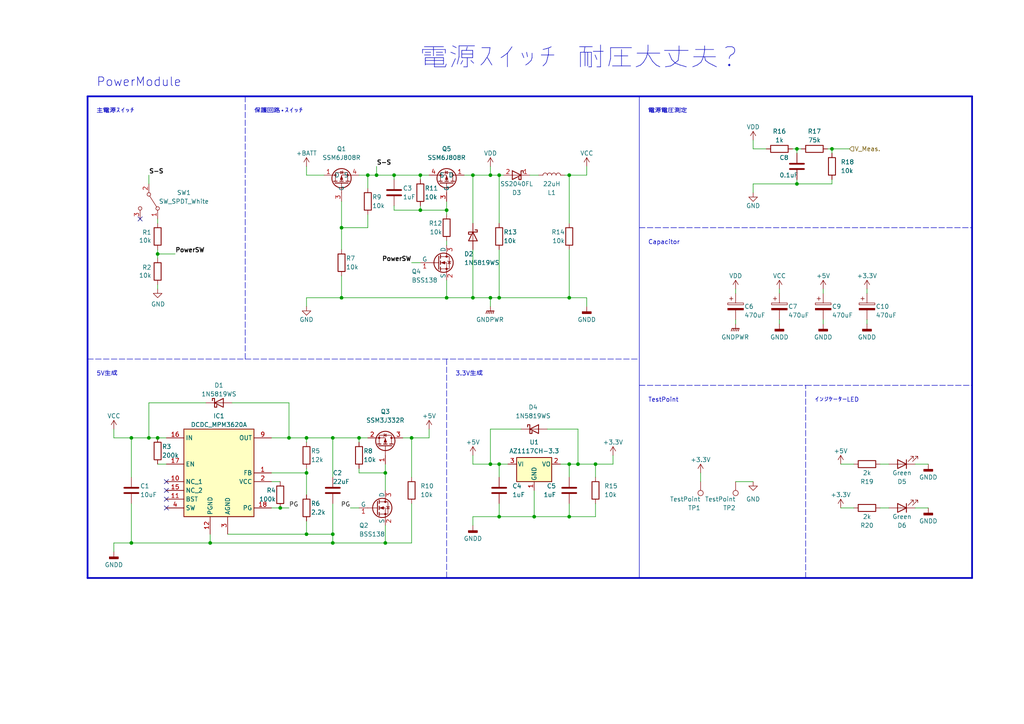
<source format=kicad_sch>
(kicad_sch (version 20230121) (generator eeschema)
  (paper "A4")
  (lib_symbols
    (symbol "Connector:TestPoint" (pin_numbers hide) (pin_names (offset 0.762) hide)
      (property "Reference" "TP" (at 0 6.858 0))
      (property "Value" "TestPoint" (at 0 5.08 0))
      (symbol "TestPoint_0_1"
        (circle (center 0 3.302) (radius 0.762))
      )
      (symbol "TestPoint_1_1"
        (pin passive line (at 0 0 90) (length 2.54) (name "1") (number "1"))
      )
    )
    (symbol "D_Schottky_3" (pin_numbers hide) (pin_names (offset 1.016) hide)
      (property "Reference" "D" (at 0 2.54 0))
      (property "Value" "D_Schottky_3" (at 0 -2.54 0))
      (symbol "D_Schottky_3_0_1"
        (polyline (pts (xy 1.27 0) (xy -1.27 0)))
        (polyline (pts (xy 1.27 1.27) (xy 1.27 -1.27) (xy -1.27 0) (xy 1.27 1.27)) (stroke (width 0.254)))
        (polyline (pts (xy -1.905 0.635) (xy -1.905 1.27) (xy -1.27 1.27) (xy -1.27 -1.27) (xy -0.635 -1.27) (xy -0.635 -0.635)) (stroke (width 0.254)))
      )
      (symbol "D_Schottky_3_1_1"
        (pin passive line (at -3.81 0 0) (length 2.54) (name "K") (number "1"))
        (pin passive line (at 3.81 0 180) (length 2.54) (name "A") (number "2"))
      )
    )
    (symbol "Device:C" (pin_numbers hide) (pin_names (offset 0.254))
      (property "Reference" "C" (at 0.635 2.54 0))
      (property "Value" "C" (at 0.635 -2.54 0))
      (symbol "C_0_1"
        (polyline (pts (xy -2.032 -0.762) (xy 2.032 -0.762)) (stroke (width 0.508)))
        (polyline (pts (xy -2.032 0.762) (xy 2.032 0.762)) (stroke (width 0.508)))
      )
      (symbol "C_1_1"
        (pin passive line (at 0 3.81 270) (length 2.794) (name "~") (number "1"))
        (pin passive line (at 0 -3.81 90) (length 2.794) (name "~") (number "2"))
      )
    )
    (symbol "Device:C_Polarized" (pin_numbers hide) (pin_names (offset 0.254))
      (property "Reference" "C" (at 0.635 2.54 0))
      (property "Value" "C_Polarized" (at 0.635 -2.54 0))
      (symbol "C_Polarized_0_1"
        (rectangle (start -2.286 0.508) (end 2.286 1.016))
        (polyline (pts (xy -1.778 2.286) (xy -0.762 2.286)))
        (polyline (pts (xy -1.27 2.794) (xy -1.27 1.778)))
        (rectangle (start 2.286 -0.508) (end -2.286 -1.016) (fill (type outline)))
      )
      (symbol "C_Polarized_1_1"
        (pin passive line (at 0 3.81 270) (length 2.794) (name "~") (number "1"))
        (pin passive line (at 0 -3.81 90) (length 2.794) (name "~") (number "2"))
      )
    )
    (symbol "Device:D_Schottky" (pin_names (offset 1.016) hide)
      (property "Reference" "D" (at 0 2.54 0))
      (property "Value" "D_Schottky" (at 0 -2.54 0))
      (symbol "D_Schottky_0_1"
        (polyline (pts (xy 1.27 0) (xy -1.27 0)))
        (polyline (pts (xy 1.27 1.27) (xy 1.27 -1.27) (xy -1.27 0) (xy 1.27 1.27)) (stroke (width 0.254)))
        (polyline (pts (xy -1.905 0.635) (xy -1.905 1.27) (xy -1.27 1.27) (xy -1.27 -1.27) (xy -0.635 -1.27) (xy -0.635 -0.635)) (stroke (width 0.254)))
      )
      (symbol "D_Schottky_1_1"
        (pin passive line (at -3.81 0 0) (length 2.54) (name "K") (number "1"))
        (pin passive line (at 3.81 0 180) (length 2.54) (name "A") (number "2"))
      )
    )
    (symbol "Device:L" (pin_numbers hide) (pin_names (offset 1.016) hide)
      (property "Reference" "L" (at -1.27 0 90))
      (property "Value" "L" (at 1.905 0 90))
      (symbol "L_0_1"
        (arc (start 0 -2.54) (mid 0.6323 -1.905) (end 0 -1.27))
        (arc (start 0 -1.27) (mid 0.6323 -0.635) (end 0 0))
        (arc (start 0 0) (mid 0.6323 0.635) (end 0 1.27))
        (arc (start 0 1.27) (mid 0.6323 1.905) (end 0 2.54))
      )
      (symbol "L_1_1"
        (pin passive line (at 0 3.81 270) (length 1.27) (name "1") (number "1"))
        (pin passive line (at 0 -3.81 90) (length 1.27) (name "2") (number "2"))
      )
    )
    (symbol "Device:LED" (pin_numbers hide) (pin_names (offset 1.016) hide)
      (property "Reference" "D" (at 0 2.54 0))
      (property "Value" "LED" (at 0 -2.54 0))
      (symbol "LED_0_1"
        (polyline (pts (xy -1.27 -1.27) (xy -1.27 1.27)) (stroke (width 0.254)))
        (polyline (pts (xy -1.27 0) (xy 1.27 0)))
        (polyline (pts (xy 1.27 -1.27) (xy 1.27 1.27) (xy -1.27 0) (xy 1.27 -1.27)) (stroke (width 0.254)))
        (polyline (pts (xy -3.048 -0.762) (xy -4.572 -2.286) (xy -3.81 -2.286) (xy -4.572 -2.286) (xy -4.572 -1.524)))
        (polyline (pts (xy -1.778 -0.762) (xy -3.302 -2.286) (xy -2.54 -2.286) (xy -3.302 -2.286) (xy -3.302 -1.524)))
      )
      (symbol "LED_1_1"
        (pin passive line (at -3.81 0 0) (length 2.54) (name "K") (number "1"))
        (pin passive line (at 3.81 0 180) (length 2.54) (name "A") (number "2"))
      )
    )
    (symbol "Device:Q_PMOS_GSD" (pin_names (offset 0) hide)
      (property "Reference" "Q" (at 5.08 1.27 0))
      (property "Value" "Q_PMOS_GSD" (at 5.08 -1.27 0))
      (symbol "Q_PMOS_GSD_0_1"
        (polyline (pts (xy 0.254 0) (xy -2.54 0)))
        (polyline (pts (xy 0.254 1.905) (xy 0.254 -1.905)) (stroke (width 0.254)))
        (polyline (pts (xy 0.762 -1.27) (xy 0.762 -2.286)) (stroke (width 0.254)))
        (polyline (pts (xy 0.762 0.508) (xy 0.762 -0.508)) (stroke (width 0.254)))
        (polyline (pts (xy 0.762 2.286) (xy 0.762 1.27)) (stroke (width 0.254)))
        (polyline (pts (xy 2.54 2.54) (xy 2.54 1.778)))
        (polyline (pts (xy 2.54 -2.54) (xy 2.54 0) (xy 0.762 0)))
        (polyline (pts (xy 0.762 1.778) (xy 3.302 1.778) (xy 3.302 -1.778) (xy 0.762 -1.778)))
        (polyline (pts (xy 2.286 0) (xy 1.27 0.381) (xy 1.27 -0.381) (xy 2.286 0)) (fill (type outline)))
        (polyline (pts (xy 2.794 -0.508) (xy 2.921 -0.381) (xy 3.683 -0.381) (xy 3.81 -0.254)))
        (polyline (pts (xy 3.302 -0.381) (xy 2.921 0.254) (xy 3.683 0.254) (xy 3.302 -0.381)))
        (circle (center 1.651 0) (radius 2.794) (stroke (width 0.254)))
        (circle (center 2.54 -1.778) (radius 0.254) (fill (type outline)))
        (circle (center 2.54 1.778) (radius 0.254) (fill (type outline)))
      )
      (symbol "Q_PMOS_GSD_1_1"
        (pin input line (at -5.08 0 0) (length 2.54) (name "G") (number "1"))
        (pin passive line (at 2.54 -5.08 90) (length 2.54) (name "S") (number "2"))
        (pin passive line (at 2.54 5.08 270) (length 2.54) (name "D") (number "3"))
      )
    )
    (symbol "Device:R" (pin_numbers hide) (pin_names (offset 0))
      (property "Reference" "R" (at 2.032 0 90))
      (property "Value" "R" (at 0 0 90))
      (symbol "R_0_1"
        (rectangle (start -1.016 -2.54) (end 1.016 2.54) (stroke (width 0.254)))
      )
      (symbol "R_1_1"
        (pin passive line (at 0 3.81 270) (length 1.27) (name "~") (number "1"))
        (pin passive line (at 0 -3.81 90) (length 1.27) (name "~") (number "2"))
      )
    )
    (symbol "MyLibrary:DCDC_MPM3620A"
      (property "Reference" "IC" (at 6.35 5.08 0))
      (property "Value" "DCDC_MPM3620A" (at 6.35 2.54 0))
      (symbol "DCDC_MPM3620A_1_1"
        (rectangle (start 5.08 0) (end 25.4 -25.4) (stroke (width 0.254)) (fill (type background)))
        (pin passive line (at 30.48 -12.7 180) (length 5.08) (name "FB") (number "1"))
        (pin passive line (at 0 -15.24 0) (length 5.08) (name "NC_1") (number "10"))
        (pin passive line (at 0 -20.32 0) (length 5.08) (name "BST") (number "11"))
        (pin passive line (at 12.7 -30.48 90) (length 5.08) (name "PGND") (number "12"))
        (pin passive line (at 12.7 -30.48 90) (length 5.08) hide (name "PGND_2") (number "13"))
        (pin passive line (at 12.7 -30.48 90) (length 5.08) hide (name "PGND_3") (number "14"))
        (pin passive line (at 0 -17.78 0) (length 5.08) (name "NC_2") (number "15"))
        (pin passive line (at 0 -2.54 0) (length 5.08) (name "IN") (number "16"))
        (pin passive line (at 0 -10.16 0) (length 5.08) (name "EN") (number "17"))
        (pin passive line (at 30.48 -22.86 180) (length 5.08) (name "PG") (number "18"))
        (pin passive line (at 30.48 -15.24 180) (length 5.08) (name "VCC") (number "2"))
        (pin passive line (at 17.78 -30.48 90) (length 5.08) (name "AGND") (number "3"))
        (pin passive line (at 0 -22.86 0) (length 5.08) (name "SW") (number "4"))
        (pin passive line (at 30.48 -2.54 180) (length 5.08) (name "OUT") (number "9"))
      )
    )
    (symbol "PMN48XP_1"
      (property "Reference" "Q" (at 5.08 2.54 0))
      (property "Value" "PMN48XP_1" (at 5.08 0 0))
      (symbol "PMN48XP_1_0_1"
        (polyline (pts (xy 0.254 0) (xy -2.54 0)))
        (polyline (pts (xy 0.254 1.905) (xy 0.254 -1.905)) (stroke (width 0.254)))
        (polyline (pts (xy 0.762 -1.27) (xy 0.762 -2.286)) (stroke (width 0.254)))
        (polyline (pts (xy 0.762 0.508) (xy 0.762 -0.508)) (stroke (width 0.254)))
        (polyline (pts (xy 0.762 2.286) (xy 0.762 1.27)) (stroke (width 0.254)))
        (polyline (pts (xy 2.54 2.54) (xy 2.54 1.778)))
        (polyline (pts (xy 2.54 -2.54) (xy 2.54 0) (xy 0.762 0)))
        (polyline (pts (xy 0.762 1.778) (xy 3.302 1.778) (xy 3.302 -1.778) (xy 0.762 -1.778)))
        (polyline (pts (xy 2.286 0) (xy 1.27 0.381) (xy 1.27 -0.381) (xy 2.286 0)) (fill (type outline)))
        (polyline (pts (xy 2.794 -0.508) (xy 2.921 -0.381) (xy 3.683 -0.381) (xy 3.81 -0.254)))
        (polyline (pts (xy 3.302 -0.381) (xy 2.921 0.254) (xy 3.683 0.254) (xy 3.302 -0.381)))
        (circle (center 1.651 0) (radius 2.794) (stroke (width 0.254)))
        (circle (center 2.54 -1.778) (radius 0.254) (fill (type outline)))
        (circle (center 2.54 1.778) (radius 0.254) (fill (type outline)))
      )
      (symbol "PMN48XP_1_1_1"
        (pin passive line (at 2.54 5.08 270) (length 2.54) (name "D") (number "1"))
        (pin passive line (at 2.54 5.08 270) (length 2.54) hide (name "D") (number "2"))
        (pin passive line (at -5.08 0 0) (length 2.54) (name "G") (number "3"))
        (pin passive line (at 2.54 -5.08 90) (length 2.54) (name "S") (number "4"))
        (pin passive line (at 2.54 5.08 270) (length 2.54) hide (name "D") (number "5"))
        (pin passive line (at 2.54 5.08 270) (length 2.54) hide (name "D") (number "6"))
      )
    )
    (symbol "Q_NMOS_GSD_1" (pin_names (offset 0))
      (property "Reference" "Q" (at 5.08 1.27 0))
      (property "Value" "Q_NMOS_GSD_1" (at 5.08 -1.27 0))
      (symbol "Q_NMOS_GSD_1_0_1"
        (polyline (pts (xy 0.254 0) (xy -2.54 0)))
        (polyline (pts (xy 0.254 1.905) (xy 0.254 -1.905)) (stroke (width 0.254)))
        (polyline (pts (xy 0.762 -1.27) (xy 0.762 -2.286)) (stroke (width 0.254)))
        (polyline (pts (xy 0.762 0.508) (xy 0.762 -0.508)) (stroke (width 0.254)))
        (polyline (pts (xy 0.762 2.286) (xy 0.762 1.27)) (stroke (width 0.254)))
        (polyline (pts (xy 2.54 2.54) (xy 2.54 1.778)))
        (polyline (pts (xy 2.54 -2.54) (xy 2.54 0) (xy 0.762 0)))
        (polyline (pts (xy 0.762 -1.778) (xy 3.302 -1.778) (xy 3.302 1.778) (xy 0.762 1.778)))
        (polyline (pts (xy 1.016 0) (xy 2.032 0.381) (xy 2.032 -0.381) (xy 1.016 0)) (fill (type outline)))
        (polyline (pts (xy 2.794 0.508) (xy 2.921 0.381) (xy 3.683 0.381) (xy 3.81 0.254)))
        (polyline (pts (xy 3.302 0.381) (xy 2.921 -0.254) (xy 3.683 -0.254) (xy 3.302 0.381)))
        (circle (center 1.651 0) (radius 2.794) (stroke (width 0.254)))
        (circle (center 2.54 -1.778) (radius 0.254) (fill (type outline)))
        (circle (center 2.54 1.778) (radius 0.254) (fill (type outline)))
      )
      (symbol "Q_NMOS_GSD_1_1_1"
        (pin input line (at -5.08 0 0) (length 2.54) (name "G") (number "1"))
        (pin passive line (at 2.54 -5.08 90) (length 2.54) (name "S") (number "2"))
        (pin passive line (at 2.54 5.08 270) (length 2.54) (name "D") (number "3"))
      )
    )
    (symbol "Regulator_Linear:AMS1117CD-3.3" (pin_names (offset 0.254))
      (property "Reference" "U" (at -3.81 3.175 0))
      (property "Value" "AMS1117CD-3.3" (at 0 3.175 0))
      (symbol "AMS1117CD-3.3_0_1"
        (rectangle (start -5.08 -5.08) (end 5.08 1.905) (stroke (width 0.254)) (fill (type background)))
      )
      (symbol "AMS1117CD-3.3_1_1"
        (pin power_in line (at 0 -7.62 90) (length 2.54) (name "GND") (number "1"))
        (pin power_out line (at 7.62 0 180) (length 2.54) (name "VO") (number "2"))
        (pin power_in line (at -7.62 0 0) (length 2.54) (name "VI") (number "3"))
      )
    )
    (symbol "Switch:SW_SPDT" (pin_names (offset 0) hide)
      (property "Reference" "SW" (at 0 4.318 0))
      (property "Value" "SW_SPDT" (at 0 -5.08 0))
      (symbol "SW_SPDT_0_0"
        (circle (center -2.032 0) (radius 0.508))
        (circle (center 2.032 -2.54) (radius 0.508))
      )
      (symbol "SW_SPDT_0_1"
        (polyline (pts (xy -1.524 0.254) (xy 1.651 2.286)))
        (circle (center 2.032 2.54) (radius 0.508))
      )
      (symbol "SW_SPDT_1_1"
        (pin passive line (at 5.08 2.54 180) (length 2.54) (name "A") (number "1"))
        (pin passive line (at -5.08 0 0) (length 2.54) (name "B") (number "2"))
        (pin passive line (at 5.08 -2.54 180) (length 2.54) (name "C") (number "3"))
      )
    )
    (symbol "power:+3.3V" (power) (pin_names (offset 0))
      (property "Value" "+3.3V" (at 0 3.556 0))
      (symbol "+3.3V_0_1"
        (polyline (pts (xy -0.762 1.27) (xy 0 2.54)))
        (polyline (pts (xy 0 0) (xy 0 2.54)))
        (polyline (pts (xy 0 2.54) (xy 0.762 1.27)))
      )
      (symbol "+3.3V_1_1"
        (pin power_in line (at 0 0 90) (length 0) hide (name "+3.3V") (number "1"))
      )
    )
    (symbol "power:+5V" (power) (pin_names (offset 0))
      (property "Value" "+5V" (at 0 3.556 0))
      (symbol "+5V_0_1"
        (polyline (pts (xy -0.762 1.27) (xy 0 2.54)))
        (polyline (pts (xy 0 0) (xy 0 2.54)))
        (polyline (pts (xy 0 2.54) (xy 0.762 1.27)))
      )
      (symbol "+5V_1_1"
        (pin power_in line (at 0 0 90) (length 0) hide (name "+5V") (number "1"))
      )
    )
    (symbol "power:+BATT" (power) (pin_names (offset 0))
      (property "Value" "+BATT" (at 0 3.556 0))
      (symbol "+BATT_0_1"
        (polyline (pts (xy -0.762 1.27) (xy 0 2.54)))
        (polyline (pts (xy 0 0) (xy 0 2.54)))
        (polyline (pts (xy 0 2.54) (xy 0.762 1.27)))
      )
      (symbol "+BATT_1_1"
        (pin power_in line (at 0 0 90) (length 0) hide (name "+BATT") (number "1"))
      )
    )
    (symbol "power:GND" (power) (pin_names (offset 0))
      (property "Value" "GND" (at 0 -3.81 0))
      (symbol "GND_0_1"
        (polyline (pts (xy 0 0) (xy 0 -1.27) (xy 1.27 -1.27) (xy 0 -2.54) (xy -1.27 -1.27) (xy 0 -1.27)))
      )
      (symbol "GND_1_1"
        (pin power_in line (at 0 0 270) (length 0) hide (name "GND") (number "1"))
      )
    )
    (symbol "power:GNDD" (power) (pin_names (offset 0))
      (property "Value" "GNDD" (at 0 -3.175 0))
      (symbol "GNDD_0_1"
        (rectangle (start -1.27 -1.524) (end 1.27 -2.032) (stroke (width 0.254)) (fill (type outline)))
        (polyline (pts (xy 0 0) (xy 0 -1.524)))
      )
      (symbol "GNDD_1_1"
        (pin power_in line (at 0 0 270) (length 0) hide (name "GNDD") (number "1"))
      )
    )
    (symbol "power:GNDPWR" (power) (pin_names (offset 0))
      (property "Value" "GNDPWR" (at 0 -3.302 0))
      (symbol "GNDPWR_0_1"
        (polyline (pts (xy 0 -1.27) (xy 0 0)))
        (polyline (pts (xy -1.016 -1.27) (xy -1.27 -2.032) (xy -1.27 -2.032)) (stroke (width 0.2032)))
        (polyline (pts (xy -0.508 -1.27) (xy -0.762 -2.032) (xy -0.762 -2.032)) (stroke (width 0.2032)))
        (polyline (pts (xy 0 -1.27) (xy -0.254 -2.032) (xy -0.254 -2.032)) (stroke (width 0.2032)))
        (polyline (pts (xy 0.508 -1.27) (xy 0.254 -2.032) (xy 0.254 -2.032)) (stroke (width 0.2032)))
        (polyline (pts (xy 1.016 -1.27) (xy -1.016 -1.27) (xy -1.016 -1.27)) (stroke (width 0.2032)))
        (polyline (pts (xy 1.016 -1.27) (xy 0.762 -2.032) (xy 0.762 -2.032) (xy 0.762 -2.032)) (stroke (width 0.2032)))
      )
      (symbol "GNDPWR_1_1"
        (pin power_in line (at 0 0 270) (length 0) hide (name "GNDPWR") (number "1"))
      )
    )
    (symbol "power:VCC" (power) (pin_names (offset 0))
      (property "Value" "VCC" (at 0 3.81 0))
      (symbol "VCC_0_1"
        (polyline (pts (xy -0.762 1.27) (xy 0 2.54)))
        (polyline (pts (xy 0 0) (xy 0 2.54)))
        (polyline (pts (xy 0 2.54) (xy 0.762 1.27)))
      )
      (symbol "VCC_1_1"
        (pin power_in line (at 0 0 90) (length 0) hide (name "VCC") (number "1"))
      )
    )
    (symbol "power:VDD" (power) (pin_names (offset 0))
      (property "Value" "VDD" (at 0 3.81 0))
      (symbol "VDD_0_1"
        (polyline (pts (xy -0.762 1.27) (xy 0 2.54)))
        (polyline (pts (xy 0 0) (xy 0 2.54)))
        (polyline (pts (xy 0 2.54) (xy 0.762 1.27)))
      )
      (symbol "VDD_1_1"
        (pin power_in line (at 0 0 90) (length 0) hide (name "VDD") (number "1"))
      )
    )
  )
  (junction (at 99.06 86.36))
  (junction (at 106.68 50.8))
  (junction (at 129.54 60.96))
  (junction (at 142.24 50.8))
  (junction (at 38.1 127))
  (junction (at 81.28 147.32))
  (junction (at 142.24 134.62))
  (junction (at 60.96 157.48))
  (junction (at 121.92 60.96))
  (junction (at 231.14 53.34))
  (junction (at 88.9 154.94))
  (junction (at 45.72 73.66))
  (junction (at 142.24 86.36))
  (junction (at 241.3 43.18))
  (junction (at 137.16 86.36))
  (junction (at 96.52 157.48))
  (junction (at 111.76 137.16))
  (junction (at 165.1 86.36))
  (junction (at 83.82 127))
  (junction (at 167.64 134.62))
  (junction (at 119.38 127))
  (junction (at 144.78 50.8))
  (junction (at 165.1 134.62))
  (junction (at 88.9 127))
  (junction (at 43.18 127))
  (junction (at 144.78 134.62))
  (junction (at 96.52 154.94))
  (junction (at 129.54 86.36))
  (junction (at 114.3 50.8))
  (junction (at 99.06 66.04))
  (junction (at 88.9 137.16))
  (junction (at 121.92 50.8))
  (junction (at 172.72 134.62))
  (junction (at 144.78 86.36))
  (junction (at 45.72 127))
  (junction (at 109.22 50.8))
  (junction (at 165.1 50.8))
  (junction (at 165.1 149.86))
  (junction (at 231.14 43.18))
  (junction (at 96.52 127))
  (junction (at 154.94 149.86))
  (junction (at 104.14 127))
  (junction (at 137.16 50.8))
  (junction (at 144.78 149.86))
  (junction (at 111.76 157.48))
  (junction (at 38.1 157.48))
  (no_connect (at 48.26 144.78))
  (no_connect (at 48.26 139.7))
  (no_connect (at 48.26 147.32))
  (no_connect (at 48.26 142.24))
  (no_connect (at 40.64 63.5))
  (wire (pts (xy 124.46 124.46) (xy 124.46 127)))
  (wire (pts (xy 137.16 134.62) (xy 142.24 134.62)))
  (wire (pts (xy 255.27 134.62) (xy 257.81 134.62)))
  (wire (pts (xy 96.52 154.94) (xy 96.52 157.48)))
  (polyline (pts (xy 233.68 111.76) (xy 281.94 111.76)) (stroke (width 0) (type dash)))
  (wire (pts (xy 88.9 137.16) (xy 88.9 143.51)))
  (wire (pts (xy 172.72 134.62) (xy 177.8 134.62)))
  (wire (pts (xy 43.18 127) (xy 45.72 127)))
  (wire (pts (xy 119.38 127) (xy 119.38 138.43)))
  (wire (pts (xy 170.18 86.36) (xy 165.1 86.36)))
  (wire (pts (xy 99.06 86.36) (xy 88.9 86.36)))
  (wire (pts (xy 251.46 83.82) (xy 251.46 85.09)))
  (wire (pts (xy 142.24 88.9) (xy 142.24 86.36)))
  (polyline (pts (xy 129.54 104.14) (xy 129.54 167.64)) (stroke (width 0) (type dash)))
  (wire (pts (xy 231.14 52.07) (xy 231.14 53.34)))
  (wire (pts (xy 134.62 50.8) (xy 137.16 50.8)))
  (wire (pts (xy 99.06 80.01) (xy 99.06 86.36)))
  (wire (pts (xy 238.76 83.82) (xy 238.76 85.09)))
  (wire (pts (xy 114.3 50.8) (xy 114.3 52.07)))
  (wire (pts (xy 33.02 157.48) (xy 38.1 157.48)))
  (wire (pts (xy 255.27 147.32) (xy 257.81 147.32)))
  (wire (pts (xy 88.9 48.26) (xy 88.9 50.8)))
  (polyline (pts (xy 185.42 111.76) (xy 233.68 111.76)) (stroke (width 0) (type dash)))
  (wire (pts (xy 78.74 127) (xy 83.82 127)))
  (wire (pts (xy 137.16 72.39) (xy 137.16 86.36)))
  (wire (pts (xy 137.16 50.8) (xy 142.24 50.8)))
  (wire (pts (xy 96.52 127) (xy 104.14 127)))
  (wire (pts (xy 33.02 157.48) (xy 33.02 160.02)))
  (wire (pts (xy 167.64 134.62) (xy 172.72 134.62)))
  (wire (pts (xy 142.24 86.36) (xy 144.78 86.36)))
  (wire (pts (xy 129.54 86.36) (xy 137.16 86.36)))
  (wire (pts (xy 231.14 43.18) (xy 232.41 43.18)))
  (wire (pts (xy 111.76 152.4) (xy 111.76 157.48)))
  (wire (pts (xy 78.74 147.32) (xy 81.28 147.32)))
  (wire (pts (xy 142.24 134.62) (xy 144.78 134.62)))
  (wire (pts (xy 165.1 134.62) (xy 165.1 138.43)))
  (wire (pts (xy 88.9 135.89) (xy 88.9 137.16)))
  (wire (pts (xy 83.82 116.84) (xy 83.82 127)))
  (wire (pts (xy 116.84 127) (xy 119.38 127)))
  (wire (pts (xy 45.72 134.62) (xy 48.26 134.62)))
  (wire (pts (xy 142.24 124.46) (xy 151.13 124.46)))
  (wire (pts (xy 114.3 59.69) (xy 114.3 60.96)))
  (polyline (pts (xy 71.12 104.14) (xy 71.12 50.8)) (stroke (width 0) (type dash)))
  (wire (pts (xy 99.06 58.42) (xy 99.06 66.04)))
  (wire (pts (xy 111.76 137.16) (xy 111.76 142.24)))
  (wire (pts (xy 99.06 86.36) (xy 129.54 86.36)))
  (wire (pts (xy 83.82 127) (xy 88.9 127)))
  (wire (pts (xy 43.18 50.8) (xy 43.18 53.34)))
  (polyline (pts (xy 185.42 27.94) (xy 185.42 167.64)) (stroke (width 0) (type solid)))
  (wire (pts (xy 88.9 151.13) (xy 88.9 154.94)))
  (wire (pts (xy 170.18 86.36) (xy 170.18 88.9)))
  (wire (pts (xy 66.04 154.94) (xy 88.9 154.94)))
  (polyline (pts (xy 185.42 66.04) (xy 281.94 66.04)) (stroke (width 0) (type dash)))
  (wire (pts (xy 177.8 132.08) (xy 177.8 134.62)))
  (wire (pts (xy 163.83 50.8) (xy 165.1 50.8)))
  (wire (pts (xy 88.9 50.8) (xy 93.98 50.8)))
  (wire (pts (xy 99.06 66.04) (xy 99.06 72.39)))
  (wire (pts (xy 137.16 149.86) (xy 137.16 152.4)))
  (wire (pts (xy 121.92 60.96) (xy 129.54 60.96)))
  (wire (pts (xy 104.14 135.89) (xy 104.14 137.16)))
  (wire (pts (xy 109.22 48.26) (xy 109.22 50.8)))
  (wire (pts (xy 153.67 50.8) (xy 156.21 50.8)))
  (polyline (pts (xy 25.4 27.94) (xy 281.94 27.94)) (stroke (width 0.5) (type solid)))
  (wire (pts (xy 165.1 146.05) (xy 165.1 149.86)))
  (wire (pts (xy 67.31 116.84) (xy 83.82 116.84)))
  (wire (pts (xy 104.14 127) (xy 104.14 128.27)))
  (wire (pts (xy 241.3 43.18) (xy 246.38 43.18)))
  (wire (pts (xy 45.72 82.55) (xy 45.72 83.82)))
  (wire (pts (xy 33.02 127) (xy 33.02 124.46)))
  (wire (pts (xy 96.52 127) (xy 96.52 138.43)))
  (wire (pts (xy 121.92 50.8) (xy 124.46 50.8)))
  (wire (pts (xy 60.96 154.94) (xy 60.96 157.48)))
  (wire (pts (xy 88.9 86.36) (xy 88.9 88.9)))
  (wire (pts (xy 106.68 62.23) (xy 106.68 66.04)))
  (wire (pts (xy 137.16 132.08) (xy 137.16 134.62)))
  (wire (pts (xy 137.16 50.8) (xy 137.16 64.77)))
  (wire (pts (xy 226.06 83.82) (xy 226.06 85.09)))
  (wire (pts (xy 144.78 50.8) (xy 146.05 50.8)))
  (wire (pts (xy 144.78 134.62) (xy 144.78 138.43)))
  (wire (pts (xy 88.9 127) (xy 88.9 128.27)))
  (wire (pts (xy 104.14 137.16) (xy 111.76 137.16)))
  (wire (pts (xy 38.1 138.43) (xy 38.1 127)))
  (wire (pts (xy 213.36 83.82) (xy 213.36 85.09)))
  (wire (pts (xy 162.56 134.62) (xy 165.1 134.62)))
  (wire (pts (xy 45.72 72.39) (xy 45.72 73.66)))
  (wire (pts (xy 144.78 149.86) (xy 154.94 149.86)))
  (wire (pts (xy 203.2 137.16) (xy 203.2 139.7)))
  (wire (pts (xy 129.54 60.96) (xy 129.54 62.23)))
  (wire (pts (xy 238.76 92.71) (xy 238.76 93.98)))
  (wire (pts (xy 81.28 147.32) (xy 83.82 147.32)))
  (wire (pts (xy 231.14 53.34) (xy 241.3 53.34)))
  (wire (pts (xy 243.84 147.32) (xy 247.65 147.32)))
  (wire (pts (xy 165.1 72.39) (xy 165.1 86.36)))
  (wire (pts (xy 45.72 73.66) (xy 45.72 74.93)))
  (wire (pts (xy 265.43 147.32) (xy 269.24 147.32)))
  (wire (pts (xy 251.46 92.71) (xy 251.46 93.98)))
  (wire (pts (xy 170.18 48.26) (xy 170.18 50.8)))
  (wire (pts (xy 50.8 73.66) (xy 45.72 73.66)))
  (wire (pts (xy 154.94 149.86) (xy 165.1 149.86)))
  (wire (pts (xy 60.96 157.48) (xy 96.52 157.48)))
  (wire (pts (xy 121.92 59.69) (xy 121.92 60.96)))
  (wire (pts (xy 104.14 127) (xy 106.68 127)))
  (wire (pts (xy 226.06 92.71) (xy 226.06 93.98)))
  (wire (pts (xy 241.3 43.18) (xy 241.3 44.45)))
  (wire (pts (xy 137.16 86.36) (xy 142.24 86.36)))
  (wire (pts (xy 119.38 157.48) (xy 111.76 157.48)))
  (polyline (pts (xy 233.68 167.64) (xy 233.68 111.76)) (stroke (width 0) (type dash)))
  (wire (pts (xy 144.78 50.8) (xy 144.78 64.77)))
  (wire (pts (xy 106.68 50.8) (xy 106.68 54.61)))
  (wire (pts (xy 33.02 127) (xy 38.1 127)))
  (wire (pts (xy 96.52 154.94) (xy 96.52 146.05)))
  (wire (pts (xy 154.94 142.24) (xy 154.94 149.86)))
  (wire (pts (xy 165.1 50.8) (xy 165.1 64.77)))
  (wire (pts (xy 144.78 134.62) (xy 147.32 134.62)))
  (wire (pts (xy 144.78 86.36) (xy 165.1 86.36)))
  (wire (pts (xy 165.1 149.86) (xy 172.72 149.86)))
  (wire (pts (xy 144.78 146.05) (xy 144.78 149.86)))
  (wire (pts (xy 158.75 124.46) (xy 167.64 124.46)))
  (wire (pts (xy 142.24 48.26) (xy 142.24 50.8)))
  (polyline (pts (xy 281.94 167.64) (xy 25.4 167.64)) (stroke (width 0.5) (type solid)))
  (wire (pts (xy 241.3 52.07) (xy 241.3 53.34)))
  (wire (pts (xy 129.54 58.42) (xy 129.54 60.96)))
  (wire (pts (xy 119.38 76.2) (xy 121.92 76.2)))
  (polyline (pts (xy 281.94 27.94) (xy 281.94 167.64)) (stroke (width 0.5) (type solid)))
  (wire (pts (xy 106.68 50.8) (xy 109.22 50.8)))
  (wire (pts (xy 142.24 124.46) (xy 142.24 134.62)))
  (wire (pts (xy 111.76 134.62) (xy 111.76 137.16)))
  (wire (pts (xy 101.6 147.32) (xy 104.14 147.32)))
  (wire (pts (xy 78.74 137.16) (xy 88.9 137.16)))
  (wire (pts (xy 106.68 66.04) (xy 99.06 66.04)))
  (wire (pts (xy 167.64 124.46) (xy 167.64 134.62)))
  (wire (pts (xy 45.72 63.5) (xy 45.72 64.77)))
  (wire (pts (xy 38.1 127) (xy 43.18 127)))
  (wire (pts (xy 165.1 134.62) (xy 167.64 134.62)))
  (wire (pts (xy 137.16 149.86) (xy 144.78 149.86)))
  (wire (pts (xy 114.3 50.8) (xy 121.92 50.8)))
  (wire (pts (xy 38.1 157.48) (xy 60.96 157.48)))
  (wire (pts (xy 218.44 40.64) (xy 218.44 43.18)))
  (wire (pts (xy 119.38 146.05) (xy 119.38 157.48)))
  (wire (pts (xy 172.72 134.62) (xy 172.72 138.43)))
  (wire (pts (xy 172.72 146.05) (xy 172.72 149.86)))
  (wire (pts (xy 121.92 50.8) (xy 121.92 52.07)))
  (wire (pts (xy 231.14 44.45) (xy 231.14 43.18)))
  (wire (pts (xy 218.44 53.34) (xy 231.14 53.34)))
  (wire (pts (xy 114.3 60.96) (xy 121.92 60.96)))
  (wire (pts (xy 218.44 43.18) (xy 222.25 43.18)))
  (wire (pts (xy 43.18 116.84) (xy 59.69 116.84)))
  (wire (pts (xy 119.38 127) (xy 124.46 127)))
  (wire (pts (xy 129.54 69.85) (xy 129.54 71.12)))
  (wire (pts (xy 96.52 157.48) (xy 111.76 157.48)))
  (polyline (pts (xy 25.4 104.14) (xy 185.42 104.14)) (stroke (width 0) (type dash)))
  (wire (pts (xy 265.43 134.62) (xy 269.24 134.62)))
  (wire (pts (xy 240.03 43.18) (xy 241.3 43.18)))
  (wire (pts (xy 43.18 116.84) (xy 43.18 127)))
  (polyline (pts (xy 71.12 27.94) (xy 71.12 50.8)) (stroke (width 0) (type dash)))
  (wire (pts (xy 213.36 139.7) (xy 218.44 139.7)))
  (wire (pts (xy 45.72 127) (xy 48.26 127)))
  (wire (pts (xy 144.78 50.8) (xy 142.24 50.8)))
  (wire (pts (xy 218.44 55.88) (xy 218.44 53.34)))
  (polyline (pts (xy 25.4 167.64) (xy 25.4 27.94)) (stroke (width 0.5) (type solid)))
  (wire (pts (xy 231.14 43.18) (xy 229.87 43.18)))
  (wire (pts (xy 213.36 92.71) (xy 213.36 93.98)))
  (wire (pts (xy 109.22 50.8) (xy 114.3 50.8)))
  (wire (pts (xy 165.1 50.8) (xy 170.18 50.8)))
  (wire (pts (xy 144.78 72.39) (xy 144.78 86.36)))
  (wire (pts (xy 88.9 154.94) (xy 96.52 154.94)))
  (wire (pts (xy 129.54 81.28) (xy 129.54 86.36)))
  (wire (pts (xy 38.1 146.05) (xy 38.1 157.48)))
  (wire (pts (xy 104.14 50.8) (xy 106.68 50.8)))
  (wire (pts (xy 88.9 127) (xy 96.52 127)))
  (wire (pts (xy 78.74 139.7) (xy 81.28 139.7)))
  (wire (pts (xy 243.84 134.62) (xy 247.65 134.62)))
  (text "主電源スイッチ" (at 27.94 33.02 0) (effects (font (size 1.27 1.27)) (justify left bottom)))
  (text "保護回路・スイッチ" (at 73.66 33.02 0) (effects (font (size 1.27 1.27)) (justify left bottom)))
  (text "PowerModule" (at 27.94 25.4 0) (effects (font (size 2.54 2.54)) (justify left bottom)))
  (text "3.3V生成" (at 132.08 109.22 0) (effects (font (size 1.27 1.27)) (justify left bottom)))
  (text "電源スイッチ　耐圧大丈夫？" (at 121.92 20.32 0) (effects (font (size 5.56 5.56)) (justify left bottom)))
  (text "5V生成" (at 27.94 109.22 0) (effects (font (size 1.27 1.27)) (justify left bottom)))
  (text "インジケーターLED" (at 236.22 116.84 0) (effects (font (size 1.27 1.27)) (justify left bottom)))
  (text "電源電圧測定" (at 187.96 33.02 0) (effects (font (size 1.27 1.27)) (justify left bottom)))
  (text "TestPoint" (at 187.96 116.84 0) (effects (font (size 1.27 1.27)) (justify left bottom)))
  (text "Capacitor" (at 187.96 71.12 0) (effects (font (size 1.27 1.27)) (justify left bottom)))
  (label "PowerSW" (at 119.38 76.2 180) (effects (font (thickness 0.254) bold)))
  (label "S-S" (at 109.22 48.26 0) (effects (font (thickness 0.254) bold)))
  (label "PowerSW" (at 50.8 73.66 0) (effects (font (thickness 0.254) bold)))
  (label "PG" (at 101.6 147.32 180))
  (label "S-S" (at 43.18 50.8 0) (effects (font (thickness 0.254) bold)))
  (label "PG" (at 83.82 147.32 0))
  (hierarchical_label "V_Meas." (shape input) (at 246.38 43.18 0))
  (symbol (lib_id "power:+5V") (at 243.84 134.62 0) (unit 1)
    (property "Reference" "#PWR024" (effects hide))
    (property "Value" "+5V" (at 243.84 130.81 0))
  )
  (symbol (lib_name "Q_NMOS_GSD_1") (lib_id "Device:Q_NMOS_GSD") (at 109.22 147.32 0) (unit 1)
    (property "Reference" "Q2" (at 104.14 152.4 0) (effects (justify left)))
    (property "Value" "BSS138" (at 104.14 154.94 0) (effects (justify left)))
    (property "Footprint" "Package_TO_SOT_SMD:SOT-23" (effects hide))
  )
  (symbol (lib_id "Device:R") (at 104.14 132.08 0) (unit 1)
    (property "Reference" "R8" (at 105.41 130.81 0) (effects (justify left)))
    (property "Value" "10k" (at 105.41 133.35 0) (effects (justify left)))
    (property "Footprint" "Resistor_SMD:R_0402_1005Metric" (effects hide))
  )
  (symbol (lib_name "PMN48XP_1") (lib_id "Transistor_FET:PMN48XP") (at 99.06 53.34 90) (unit 1)
    (property "Reference" "Q1" (at 99.06 43.18 90))
    (property "Value" "SSM6J808R" (at 99.06 45.72 90))
    (property "Footprint" "MyLibrary:Package_TSOP6F" (effects hide))
    (property "Datasheet" "https://assets.nexperia.com/documents/data-sheet/PMN48XP.pdf" (effects hide))
  )
  (symbol (lib_name "D_Schottky_3") (lib_id "Device:D_Schottky") (at 137.16 68.58 270) (unit 1)
    (property "Reference" "D2" (at 134.62 73.66 90) (effects (justify left)))
    (property "Value" "1N5819WS" (at 134.62 76.2 90) (effects (justify left)))
    (property "Footprint" "Diode_SMD:D_SOD-323_HandSoldering" (effects hide))
  )
  (symbol (lib_id "power:GND") (at 218.44 55.88 0) (unit 1)
    (property "Reference" "#PWR018" (effects hide))
    (property "Value" "GND" (at 218.44 59.69 0))
  )
  (symbol (lib_id "power:GNDD") (at 33.02 160.02 0) (unit 1)
    (property "Reference" "#PWR02" (effects hide))
    (property "Value" "GNDD" (at 33.02 163.83 0))
  )
  (symbol (lib_name "Q_NMOS_GSD_1") (lib_id "Device:Q_NMOS_GSD") (at 127 76.2 0) (unit 1)
    (property "Reference" "Q4" (at 119.38 78.74 0) (effects (justify left)))
    (property "Value" "BSS138" (at 119.38 81.28 0) (effects (justify left)))
    (property "Footprint" "Package_TO_SOT_SMD:SOT-23" (effects hide))
  )
  (symbol (lib_id "Device:R") (at 251.46 134.62 270) (mirror x) (unit 1)
    (property "Reference" "R19" (at 251.46 139.7 90))
    (property "Value" "2k" (at 251.46 137.16 90))
    (property "Footprint" "Resistor_SMD:R_0402_1005Metric" (effects hide))
  )
  (symbol (lib_id "Switch:SW_SPDT") (at 43.18 58.42 270) (unit 1)
    (property "Reference" "SW1" (at 53.34 55.88 90))
    (property "Value" "SW_SPDT_White" (at 53.34 58.42 90))
    (property "Footprint" "MyLibrary:SW_Slide_SPDT_White" (effects hide))
  )
  (symbol (lib_id "Device:R") (at 241.3 48.26 0) (unit 1)
    (property "Reference" "R18" (at 243.84 46.9899 0) (effects (justify left)))
    (property "Value" "10k" (at 243.84 49.5299 0) (effects (justify left)))
    (property "Footprint" "Resistor_SMD:R_0603_1608Metric" (effects hide))
  )
  (symbol (lib_id "Device:LED") (at 261.62 147.32 180) (unit 1)
    (property "Reference" "D6" (at 261.62 152.4 0))
    (property "Value" "Green" (at 261.62 149.86 0))
    (property "Footprint" "LED_SMD:LED_0603_1608Metric_Pad1.05x0.95mm_HandSolder" (effects hide))
  )
  (symbol (lib_id "Connector:TestPoint") (at 203.2 139.7 180) (unit 1)
    (property "Reference" "TP1" (at 203.2 147.32 0) (effects (justify left)))
    (property "Value" "TestPoint" (at 203.2 144.78 0) (effects (justify left)))
    (property "Footprint" "TestPoint:TestPoint_THTPad_D2.0mm_Drill1.0mm" (effects hide))
  )
  (symbol (lib_id "Device:R") (at 106.68 58.42 0) (unit 1)
    (property "Reference" "R9" (at 107.95 57.15 0) (effects (justify left)))
    (property "Value" "10k" (at 107.95 59.69 0) (effects (justify left)))
    (property "Footprint" "Resistor_SMD:R_0402_1005Metric" (effects hide))
  )
  (symbol (lib_id "Device:R") (at 226.06 43.18 90) (unit 1)
    (property "Reference" "R16" (at 226.06 38.1 90))
    (property "Value" "1k" (at 226.06 40.64 90))
    (property "Footprint" "Resistor_SMD:R_0603_1608Metric" (effects hide))
  )
  (symbol (lib_id "power:+5V") (at 238.76 83.82 0) (unit 1)
    (property "Reference" "#PWR022" (effects hide))
    (property "Value" "+5V" (at 238.76 80.01 0))
  )
  (symbol (lib_id "MyLibrary:DCDC_MPM3620A") (at 48.26 124.46 0) (unit 1)
    (property "Reference" "IC1" (at 63.5 120.65 0))
    (property "Value" "DCDC_MPM3620A" (at 63.5 123.19 0))
    (property "Footprint" "MyLibrary:DCDC_MPM3620A" (effects hide))
    (property "Datasheet" "http://www.monolithicpower.com/DesktopModules/DocumentManage/API/Document/getDocument?id=3961" (effects hide))
    (property "Height" "1.6" (effects hide))
    (property "Mouser Part Number" "946-MPM3620AGQV-Z" (effects hide))
    (property "Mouser Price/Stock" "https://www.mouser.co.uk/ProductDetail/Monolithic-Power-Systems-MPS/MPM3620AGQV-Z?qs=ZNK0BnemlqGJsP1og9mZvg%3D%3D" (effects hide))
    (property "Manufacturer_Name" "Monolithic Power Systems (MPS)" (effects hide))
    (property "Manufacturer_Part_Number" "MPM3620AGQV-Z" (effects hide))
  )
  (symbol (lib_id "Connector:TestPoint") (at 213.36 139.7 180) (unit 1)
    (property "Reference" "TP2" (at 213.36 147.32 0) (effects (justify left)))
    (property "Value" "TestPoint" (at 213.36 144.78 0) (effects (justify left)))
    (property "Footprint" "TestPoint:TestPoint_THTPad_D2.0mm_Drill1.0mm" (effects hide))
  )
  (symbol (lib_id "power:+BATT") (at 88.9 48.26 0) (unit 1)
    (property "Reference" "#PWR041" (effects hide))
    (property "Value" "+BATT" (at 88.9 44.45 0))
  )
  (symbol (lib_id "Device:R") (at 81.28 143.51 0) (mirror x) (unit 1)
    (property "Reference" "R4" (at 80.01 142.24 0) (effects (justify right)))
    (property "Value" "100k" (at 80.01 144.78 0) (effects (justify right)))
    (property "Footprint" "Resistor_SMD:R_0402_1005Metric" (effects hide))
  )
  (symbol (lib_id "power:GNDD") (at 251.46 93.98 0) (unit 1)
    (property "Reference" "#PWR027" (effects hide))
    (property "Value" "GNDD" (at 251.46 97.79 0))
  )
  (symbol (lib_id "power:+3.3V") (at 251.46 83.82 0) (unit 1)
    (property "Reference" "#PWR026" (effects hide))
    (property "Value" "+3.3V" (at 251.46 80.01 0))
  )
  (symbol (lib_id "Device:R") (at 144.78 68.58 0) (unit 1)
    (property "Reference" "R13" (at 146.05 67.31 0) (effects (justify left)))
    (property "Value" "10k" (at 146.05 69.85 0) (effects (justify left)))
    (property "Footprint" "Resistor_SMD:R_0402_1005Metric" (effects hide))
  )
  (symbol (lib_id "Device:Q_PMOS_GSD") (at 111.76 129.54 270) (mirror x) (unit 1)
    (property "Reference" "Q3" (at 111.76 119.38 90))
    (property "Value" "SSM3J332R" (at 111.76 121.92 90))
    (property "Footprint" "Package_TO_SOT_SMD:SOT-23W" (effects hide))
  )
  (symbol (lib_id "power:GNDPWR") (at 213.36 93.98 0) (unit 1)
    (property "Reference" "#PWR016" (effects hide))
    (property "Value" "GNDPWR" (at 213.233 97.79 0))
  )
  (symbol (lib_id "power:GND") (at 45.72 83.82 0) (unit 1)
    (property "Reference" "#PWR03" (effects hide))
    (property "Value" "GND" (at 45.847 88.2142 0))
  )
  (symbol (lib_id "power:VDD") (at 142.24 48.26 0) (unit 1)
    (property "Reference" "#PWR09" (effects hide))
    (property "Value" "VDD" (at 142.24 44.45 0))
  )
  (symbol (lib_id "power:GNDD") (at 269.24 147.32 0) (unit 1)
    (property "Reference" "#PWR029" (effects hide))
    (property "Value" "GNDD" (at 269.24 151.13 0))
  )
  (symbol (lib_id "power:GND") (at 218.44 139.7 0) (unit 1)
    (property "Reference" "#PWR019" (effects hide))
    (property "Value" "GND" (at 218.44 144.78 0))
  )
  (symbol (lib_id "Device:R") (at 45.72 130.81 180) (unit 1)
    (property "Reference" "R3" (at 46.99 129.54 0) (effects (justify right)))
    (property "Value" "200k" (at 46.99 132.08 0) (effects (justify right)))
    (property "Footprint" "Resistor_SMD:R_0402_1005Metric" (effects hide))
  )
  (symbol (lib_id "power:GNDD") (at 137.16 152.4 0) (unit 1)
    (property "Reference" "#PWR08" (effects hide))
    (property "Value" "GNDD" (at 137.16 156.21 0))
  )
  (symbol (lib_id "Device:R") (at 172.72 142.24 180) (unit 1)
    (property "Reference" "R15" (at 175.26 140.9699 0) (effects (justify right)))
    (property "Value" "10k" (at 175.26 143.5099 0) (effects (justify right)))
    (property "Footprint" "Resistor_SMD:R_0402_1005Metric" (effects hide))
  )
  (symbol (lib_id "power:GNDD") (at 170.18 88.9 0) (unit 1)
    (property "Reference" "#PWR012" (effects hide))
    (property "Value" "GNDD" (at 170.18 92.71 0))
  )
  (symbol (lib_id "Device:D_Schottky") (at 149.86 50.8 0) (mirror y) (unit 1)
    (property "Reference" "D3" (at 149.86 55.88 0))
    (property "Value" "SS2040FL" (at 149.86 53.34 0))
    (property "Footprint" "Diode_SMD:D_SOD-123" (effects hide))
  )
  (symbol (lib_id "power:GND") (at 88.9 88.9 0) (unit 1)
    (property "Reference" "#PWR05" (effects hide))
    (property "Value" "GND" (at 88.9 92.71 0))
  )
  (symbol (lib_id "Device:R") (at 251.46 147.32 270) (mirror x) (unit 1)
    (property "Reference" "R20" (at 251.46 152.4 90))
    (property "Value" "2k" (at 251.46 149.86 90))
    (property "Footprint" "Resistor_SMD:R_0402_1005Metric" (effects hide))
  )
  (symbol (lib_id "Device:R") (at 88.9 147.32 180) (unit 1)
    (property "Reference" "R6" (at 90.17 146.05 0) (effects (justify right)))
    (property "Value" "2.2k" (at 90.17 148.59 0) (effects (justify right)))
    (property "Footprint" "Resistor_SMD:R_0402_1005Metric" (effects hide))
  )
  (symbol (lib_id "Device:R") (at 165.1 68.58 0) (mirror y) (unit 1)
    (property "Reference" "R14" (at 163.83 67.31 0) (effects (justify left)))
    (property "Value" "10k" (at 163.83 69.85 0) (effects (justify left)))
    (property "Footprint" "Resistor_SMD:R_0402_1005Metric" (effects hide))
  )
  (symbol (lib_id "Device:C") (at 96.52 142.24 0) (unit 1)
    (property "Reference" "C2" (at 96.52 137.16 0) (effects (justify left)))
    (property "Value" "22uF" (at 96.52 139.7 0) (effects (justify left)))
    (property "Footprint" "Capacitor_SMD:C_0805_2012Metric" (effects hide))
  )
  (symbol (lib_id "Device:C_Polarized") (at 226.06 88.9 0) (unit 1)
    (property "Reference" "C7" (at 228.6 88.9 0) (effects (justify left)))
    (property "Value" "470uF" (at 228.6 91.44 0) (effects (justify left)))
    (property "Footprint" "Capacitor_SMD:C_Elec_8x10.2" (effects hide))
  )
  (symbol (lib_id "Device:C") (at 231.14 48.26 0) (unit 1)
    (property "Reference" "C8" (at 226.06 45.72 0) (effects (justify left)))
    (property "Value" "0.1uF" (at 226.06 50.8 0) (effects (justify left)))
    (property "Footprint" "Capacitor_SMD:C_0603_1608Metric" (effects hide))
  )
  (symbol (lib_id "Device:R") (at 99.06 76.2 0) (unit 1)
    (property "Reference" "R7" (at 100.33 74.93 0) (effects (justify left)))
    (property "Value" "10k" (at 100.33 77.47 0) (effects (justify left)))
    (property "Footprint" "Resistor_SMD:R_0402_1005Metric" (effects hide))
  )
  (symbol (lib_id "Device:R") (at 121.92 55.88 0) (unit 1)
    (property "Reference" "R11" (at 123.19 54.61 0) (effects (justify left)))
    (property "Value" "10k" (at 123.19 57.15 0) (effects (justify left)))
    (property "Footprint" "Resistor_SMD:R_0402_1005Metric" (effects hide))
  )
  (symbol (lib_id "power:+3.3V") (at 243.84 147.32 0) (unit 1)
    (property "Reference" "#PWR025" (effects hide))
    (property "Value" "+3.3V" (at 243.84 143.51 0))
  )
  (symbol (lib_name "D_Schottky_3") (lib_id "Device:D_Schottky") (at 154.94 124.46 0) (unit 1)
    (property "Reference" "D4" (at 154.6225 118.11 0))
    (property "Value" "1N5819WS" (at 154.6225 120.65 0))
    (property "Footprint" "Diode_SMD:D_SOD-323_HandSoldering" (effects hide))
  )
  (symbol (lib_id "power:GNDPWR") (at 142.24 88.9 0) (unit 1)
    (property "Reference" "#PWR010" (effects hide))
    (property "Value" "GNDPWR" (at 142.113 92.71 0))
  )
  (symbol (lib_id "Device:C_Polarized") (at 213.36 88.9 0) (unit 1)
    (property "Reference" "C6" (at 215.9 88.9 0) (effects (justify left)))
    (property "Value" "470uF" (at 215.9 91.44 0) (effects (justify left)))
    (property "Footprint" "Capacitor_SMD:C_Elec_8x10.2" (effects hide))
  )
  (symbol (lib_id "Device:C_Polarized") (at 251.46 88.9 0) (unit 1)
    (property "Reference" "C10" (at 254 88.9 0) (effects (justify left)))
    (property "Value" "470uF" (at 254 91.44 0) (effects (justify left)))
    (property "Footprint" "Capacitor_SMD:C_Elec_8x10.2" (effects hide))
  )
  (symbol (lib_id "power:VDD") (at 213.36 83.82 0) (unit 1)
    (property "Reference" "#PWR015" (effects hide))
    (property "Value" "VDD" (at 213.36 80.01 0))
  )
  (symbol (lib_id "Device:R") (at 45.72 78.74 0) (mirror y) (unit 1)
    (property "Reference" "R2" (at 43.942 77.5716 0) (effects (justify left)))
    (property "Value" "10k" (at 43.942 79.883 0) (effects (justify left)))
    (property "Footprint" "Resistor_SMD:R_0402_1005Metric" (effects hide))
  )
  (symbol (lib_id "power:VCC") (at 33.02 124.46 0) (unit 1)
    (property "Reference" "#PWR01" (effects hide))
    (property "Value" "VCC" (at 33.02 120.65 0))
  )
  (symbol (lib_name "PMN48XP_1") (lib_id "Transistor_FET:PMN48XP") (at 129.54 53.34 270) (mirror x) (unit 1)
    (property "Reference" "Q5" (at 129.54 43.18 90))
    (property "Value" "SSM6J808R" (at 129.54 45.72 90))
    (property "Footprint" "MyLibrary:Package_TSOP6F" (effects hide))
    (property "Datasheet" "https://assets.nexperia.com/documents/data-sheet/PMN48XP.pdf" (effects hide))
  )
  (symbol (lib_id "Device:L") (at 160.02 50.8 90) (unit 1)
    (property "Reference" "L1" (at 160.02 55.88 90))
    (property "Value" "22uH" (at 160.02 53.34 90))
    (property "Footprint" "MyLibrary:Inductor_CDPH4D19F" (effects hide))
  )
  (symbol (lib_id "power:+5V") (at 124.46 124.46 0) (unit 1)
    (property "Reference" "#PWR06" (effects hide))
    (property "Value" "+5V" (at 124.46 120.65 0))
  )
  (symbol (lib_id "Device:R") (at 119.38 142.24 180) (unit 1)
    (property "Reference" "R10" (at 121.92 140.9699 0) (effects (justify right)))
    (property "Value" "10k" (at 121.92 143.5099 0) (effects (justify right)))
    (property "Footprint" "Resistor_SMD:R_0402_1005Metric" (effects hide))
  )
  (symbol (lib_id "Device:R") (at 236.22 43.18 90) (unit 1)
    (property "Reference" "R17" (at 236.22 38.1 90))
    (property "Value" "75k" (at 236.22 40.64 90))
    (property "Footprint" "Resistor_SMD:R_0603_1608Metric" (effects hide))
  )
  (symbol (lib_id "Device:C_Polarized") (at 238.76 88.9 0) (unit 1)
    (property "Reference" "C9" (at 241.3 88.9 0) (effects (justify left)))
    (property "Value" "470uF" (at 241.3 91.44 0) (effects (justify left)))
    (property "Footprint" "Capacitor_SMD:C_Elec_8x10.2" (effects hide))
  )
  (symbol (lib_id "power:+3.3V") (at 177.8 132.08 0) (unit 1)
    (property "Reference" "#PWR013" (effects hide))
    (property "Value" "+3.3V" (at 177.8 128.27 0))
  )
  (symbol (lib_id "Device:R") (at 45.72 68.58 0) (mirror y) (unit 1)
    (property "Reference" "R1" (at 43.942 67.4116 0) (effects (justify left)))
    (property "Value" "10k" (at 43.942 69.723 0) (effects (justify left)))
    (property "Footprint" "Resistor_SMD:R_0402_1005Metric" (effects hide))
  )
  (symbol (lib_id "Device:C") (at 38.1 142.24 0) (unit 1)
    (property "Reference" "C1" (at 40.64 140.97 0) (effects (justify left)))
    (property "Value" "10uF" (at 40.64 143.51 0) (effects (justify left)))
    (property "Footprint" "Capacitor_SMD:C_1206_3216Metric" (effects hide))
  )
  (symbol (lib_id "power:VDD") (at 218.44 40.64 0) (unit 1)
    (property "Reference" "#PWR017" (effects hide))
    (property "Value" "VDD" (at 218.44 36.83 0))
  )
  (symbol (lib_id "Device:C") (at 114.3 55.88 0) (unit 1)
    (property "Reference" "C3" (at 116.84 54.61 0) (effects (justify left)))
    (property "Value" "1uF" (at 116.84 57.15 0) (effects (justify left)))
    (property "Footprint" "Capacitor_SMD:C_0402_1005Metric" (effects hide))
  )
  (symbol (lib_id "power:GNDD") (at 269.24 134.62 0) (unit 1)
    (property "Reference" "#PWR028" (effects hide))
    (property "Value" "GNDD" (at 269.24 138.43 0))
  )
  (symbol (lib_id "power:GNDD") (at 226.06 93.98 0) (unit 1)
    (property "Reference" "#PWR021" (effects hide))
    (property "Value" "GNDD" (at 226.06 97.79 0))
  )
  (symbol (lib_id "Device:LED") (at 261.62 134.62 180) (unit 1)
    (property "Reference" "D5" (at 261.62 139.7 0))
    (property "Value" "Green" (at 261.62 137.16 0))
    (property "Footprint" "LED_SMD:LED_0603_1608Metric_Pad1.05x0.95mm_HandSolder" (effects hide))
  )
  (symbol (lib_id "Device:R") (at 88.9 132.08 180) (unit 1)
    (property "Reference" "R5" (at 90.17 130.81 0) (effects (justify right)))
    (property "Value" "12k" (at 90.17 133.35 0) (effects (justify right)))
    (property "Footprint" "Resistor_SMD:R_0402_1005Metric" (effects hide))
  )
  (symbol (lib_id "power:VCC") (at 170.18 48.26 0) (unit 1)
    (property "Reference" "#PWR011" (effects hide))
    (property "Value" "VCC" (at 170.18 44.45 0))
  )
  (symbol (lib_id "Regulator_Linear:AMS1117CD-3.3") (at 154.94 134.62 0) (unit 1)
    (property "Reference" "U1" (at 154.94 128.27 0))
    (property "Value" "AZ1117CH-3.3" (at 154.94 130.81 0))
    (property "Footprint" "Package_TO_SOT_SMD:SOT-223-3_TabPin2" (effects hide))
    (property "Datasheet" "http://www.advanced-monolithic.com/pdf/ds1117.pdf" (effects hide))
  )
  (symbol (lib_id "Device:R") (at 129.54 66.04 0) (mirror y) (unit 1)
    (property "Reference" "R12" (at 128.27 64.77 0) (effects (justify left)))
    (property "Value" "10k" (at 128.27 67.31 0) (effects (justify left)))
    (property "Footprint" "Resistor_SMD:R_0402_1005Metric" (effects hide))
  )
  (symbol (lib_name "D_Schottky_3") (lib_id "Device:D_Schottky") (at 63.5 116.84 0) (unit 1)
    (property "Reference" "D1" (at 63.5 111.76 0))
    (property "Value" "1N5819WS" (at 63.5 114.3 0))
    (property "Footprint" "Diode_SMD:D_SOD-323_HandSoldering" (effects hide))
  )
  (symbol (lib_id "power:+3.3V") (at 203.2 137.16 0) (unit 1)
    (property "Reference" "#PWR014" (effects hide))
    (property "Value" "+3.3V" (at 203.2 133.35 0))
  )
  (symbol (lib_id "power:GNDD") (at 238.76 93.98 0) (unit 1)
    (property "Reference" "#PWR023" (effects hide))
    (property "Value" "GNDD" (at 238.76 97.79 0))
  )
  (symbol (lib_id "Device:C") (at 144.78 142.24 0) (unit 1)
    (property "Reference" "C4" (at 148.59 140.9699 0) (effects (justify left)))
    (property "Value" "1uF" (at 148.59 143.5099 0) (effects (justify left)))
    (property "Footprint" "Capacitor_SMD:C_0402_1005Metric" (effects hide))
  )
  (symbol (lib_id "Device:C") (at 165.1 142.24 0) (mirror y) (unit 1)
    (property "Reference" "C5" (at 161.29 140.9699 0) (effects (justify left)))
    (property "Value" "1uF" (at 161.29 143.5099 0) (effects (justify left)))
    (property "Footprint" "Capacitor_SMD:C_0402_1005Metric" (effects hide))
  )
  (symbol (lib_id "power:VCC") (at 226.06 83.82 0) (unit 1)
    (property "Reference" "#PWR020" (effects hide))
    (property "Value" "VCC" (at 226.06 80.01 0))
  )
  (symbol (lib_id "power:+5V") (at 137.16 132.08 0) (unit 1)
    (property "Reference" "#PWR07" (effects hide))
    (property "Value" "+5V" (at 137.16 128.27 0))
  )
)
</source>
